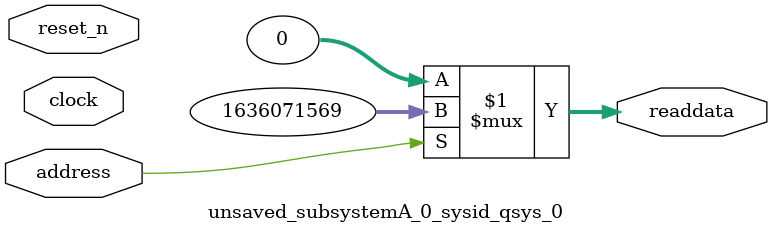
<source format=v>



// synthesis translate_off
`timescale 1ns / 1ps
// synthesis translate_on

// turn off superfluous verilog processor warnings 
// altera message_level Level1 
// altera message_off 10034 10035 10036 10037 10230 10240 10030 

module unsaved_subsystemA_0_sysid_qsys_0 (
               // inputs:
                address,
                clock,
                reset_n,

               // outputs:
                readdata
             )
;

  output  [ 31: 0] readdata;
  input            address;
  input            clock;
  input            reset_n;

  wire    [ 31: 0] readdata;
  //control_slave, which is an e_avalon_slave
  assign readdata = address ? 1636071569 : 0;

endmodule



</source>
